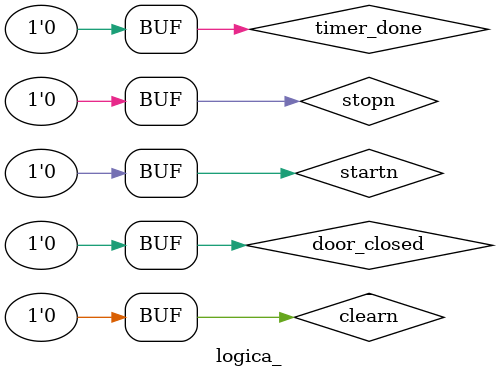
<source format=v>
`timescale 1ps/1ps

module logica_;

reg timer_done;
reg door_closed;
reg clearn;
reg startn;
reg stopn;

logica dut (
        .timer_done(timer_done), .door_closed(door_closed),
        .clearn(clearn), .startn(startn), .stopn(stopn)
);

initial begin

    $dumpfile("ondas.vcd");  
    $dumpvars(0, logica_); 

    timer_done = 0; door_closed = 0; clearn = 0; startn = 0; stopn = 0; 
    

    timer_done = 0; door_closed = 1; clearn = 0; startn = 1; stopn = 0; 

    #100;

    timer_done = 0; door_closed = 1; clearn = 0; startn = 0; stopn = 0;

    #100;

    timer_done = 1; door_closed = 1; clearn = 0; startn = 0; stopn = 0;

    #100;

    timer_done = 0; door_closed = 0; clearn = 0; startn = 0; stopn = 0;

    #100;

end

endmodule

</source>
